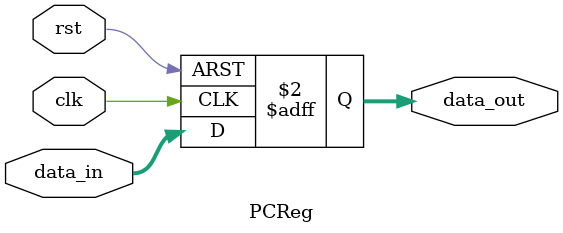
<source format=v>
`timescale 1ns / 1ps

//PC寄存器
module PCReg(
    input clk,
	input rst,
	input [31 : 0] data_in,
	output reg [31 : 0] data_out
    );
	always @ (negedge clk or posedge rst) begin
	    if (rst) begin
		    data_out <= 32'h00400000;//指令存储起始地址
		end else begin
		    data_out <= data_in;
		end
	end
endmodule

</source>
